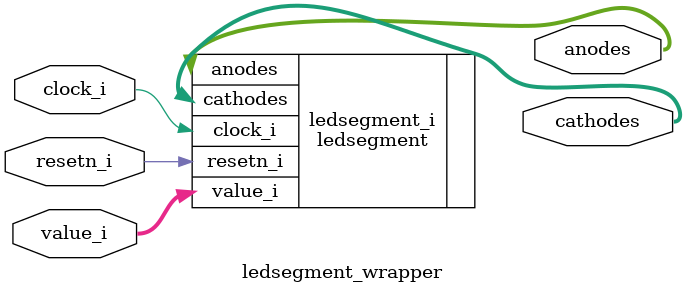
<source format=v>
`timescale 1 ps / 1 ps

module ledsegment_wrapper
   (anodes,
    cathodes,
    clock_i,
    resetn_i,
    value_i);
  output [7:0]anodes;
  output [7:0]cathodes;
  input clock_i;
  input resetn_i;
  input [31:0]value_i;

  wire [7:0]anodes;
  wire [7:0]cathodes;
  wire clock_i;
  wire resetn_i;
  wire [31:0]value_i;

  ledsegment ledsegment_i
       (.anodes(anodes),
        .cathodes(cathodes),
        .clock_i(clock_i),
        .resetn_i(resetn_i),
        .value_i(value_i));
endmodule

</source>
